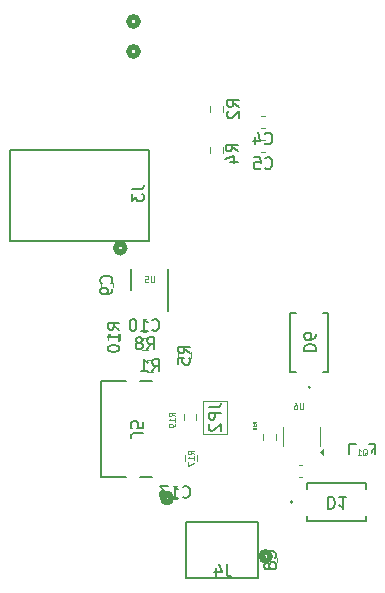
<source format=gbr>
%TF.GenerationSoftware,KiCad,Pcbnew,8.0.5*%
%TF.CreationDate,2025-04-10T23:54:11-07:00*%
%TF.ProjectId,ESP32,45535033-322e-46b6-9963-61645f706362,rev?*%
%TF.SameCoordinates,Original*%
%TF.FileFunction,Legend,Bot*%
%TF.FilePolarity,Positive*%
%FSLAX46Y46*%
G04 Gerber Fmt 4.6, Leading zero omitted, Abs format (unit mm)*
G04 Created by KiCad (PCBNEW 8.0.5) date 2025-04-10 23:54:11*
%MOMM*%
%LPD*%
G01*
G04 APERTURE LIST*
%ADD10C,0.150000*%
%ADD11C,0.125000*%
%ADD12C,0.062500*%
%ADD13C,0.152400*%
%ADD14C,0.508000*%
%ADD15C,0.120000*%
%ADD16C,0.200000*%
G04 APERTURE END LIST*
D10*
X114574819Y-118316666D02*
X115289104Y-118316666D01*
X115289104Y-118316666D02*
X115431961Y-118269047D01*
X115431961Y-118269047D02*
X115527200Y-118173809D01*
X115527200Y-118173809D02*
X115574819Y-118030952D01*
X115574819Y-118030952D02*
X115574819Y-117935714D01*
X114574819Y-118697619D02*
X114574819Y-119316666D01*
X114574819Y-119316666D02*
X114955771Y-118983333D01*
X114955771Y-118983333D02*
X114955771Y-119126190D01*
X114955771Y-119126190D02*
X115003390Y-119221428D01*
X115003390Y-119221428D02*
X115051009Y-119269047D01*
X115051009Y-119269047D02*
X115146247Y-119316666D01*
X115146247Y-119316666D02*
X115384342Y-119316666D01*
X115384342Y-119316666D02*
X115479580Y-119269047D01*
X115479580Y-119269047D02*
X115527200Y-119221428D01*
X115527200Y-119221428D02*
X115574819Y-119126190D01*
X115574819Y-119126190D02*
X115574819Y-118840476D01*
X115574819Y-118840476D02*
X115527200Y-118745238D01*
X115527200Y-118745238D02*
X115479580Y-118697619D01*
X125846666Y-114419580D02*
X125894285Y-114467200D01*
X125894285Y-114467200D02*
X126037142Y-114514819D01*
X126037142Y-114514819D02*
X126132380Y-114514819D01*
X126132380Y-114514819D02*
X126275237Y-114467200D01*
X126275237Y-114467200D02*
X126370475Y-114371961D01*
X126370475Y-114371961D02*
X126418094Y-114276723D01*
X126418094Y-114276723D02*
X126465713Y-114086247D01*
X126465713Y-114086247D02*
X126465713Y-113943390D01*
X126465713Y-113943390D02*
X126418094Y-113752914D01*
X126418094Y-113752914D02*
X126370475Y-113657676D01*
X126370475Y-113657676D02*
X126275237Y-113562438D01*
X126275237Y-113562438D02*
X126132380Y-113514819D01*
X126132380Y-113514819D02*
X126037142Y-113514819D01*
X126037142Y-113514819D02*
X125894285Y-113562438D01*
X125894285Y-113562438D02*
X125846666Y-113610057D01*
X124989523Y-113848152D02*
X124989523Y-114514819D01*
X125227618Y-113467200D02*
X125465713Y-114181485D01*
X125465713Y-114181485D02*
X124846666Y-114181485D01*
X125866666Y-116509580D02*
X125914285Y-116557200D01*
X125914285Y-116557200D02*
X126057142Y-116604819D01*
X126057142Y-116604819D02*
X126152380Y-116604819D01*
X126152380Y-116604819D02*
X126295237Y-116557200D01*
X126295237Y-116557200D02*
X126390475Y-116461961D01*
X126390475Y-116461961D02*
X126438094Y-116366723D01*
X126438094Y-116366723D02*
X126485713Y-116176247D01*
X126485713Y-116176247D02*
X126485713Y-116033390D01*
X126485713Y-116033390D02*
X126438094Y-115842914D01*
X126438094Y-115842914D02*
X126390475Y-115747676D01*
X126390475Y-115747676D02*
X126295237Y-115652438D01*
X126295237Y-115652438D02*
X126152380Y-115604819D01*
X126152380Y-115604819D02*
X126057142Y-115604819D01*
X126057142Y-115604819D02*
X125914285Y-115652438D01*
X125914285Y-115652438D02*
X125866666Y-115700057D01*
X124961904Y-115604819D02*
X125438094Y-115604819D01*
X125438094Y-115604819D02*
X125485713Y-116081009D01*
X125485713Y-116081009D02*
X125438094Y-116033390D01*
X125438094Y-116033390D02*
X125342856Y-115985771D01*
X125342856Y-115985771D02*
X125104761Y-115985771D01*
X125104761Y-115985771D02*
X125009523Y-116033390D01*
X125009523Y-116033390D02*
X124961904Y-116081009D01*
X124961904Y-116081009D02*
X124914285Y-116176247D01*
X124914285Y-116176247D02*
X124914285Y-116414342D01*
X124914285Y-116414342D02*
X124961904Y-116509580D01*
X124961904Y-116509580D02*
X125009523Y-116557200D01*
X125009523Y-116557200D02*
X125104761Y-116604819D01*
X125104761Y-116604819D02*
X125342856Y-116604819D01*
X125342856Y-116604819D02*
X125438094Y-116557200D01*
X125438094Y-116557200D02*
X125485713Y-116509580D01*
X123524819Y-115103333D02*
X123048628Y-114770000D01*
X123524819Y-114531905D02*
X122524819Y-114531905D01*
X122524819Y-114531905D02*
X122524819Y-114912857D01*
X122524819Y-114912857D02*
X122572438Y-115008095D01*
X122572438Y-115008095D02*
X122620057Y-115055714D01*
X122620057Y-115055714D02*
X122715295Y-115103333D01*
X122715295Y-115103333D02*
X122858152Y-115103333D01*
X122858152Y-115103333D02*
X122953390Y-115055714D01*
X122953390Y-115055714D02*
X123001009Y-115008095D01*
X123001009Y-115008095D02*
X123048628Y-114912857D01*
X123048628Y-114912857D02*
X123048628Y-114531905D01*
X122858152Y-115960476D02*
X123524819Y-115960476D01*
X122477200Y-115722381D02*
X123191485Y-115484286D01*
X123191485Y-115484286D02*
X123191485Y-116103333D01*
X119484819Y-132190833D02*
X119008628Y-131857500D01*
X119484819Y-131619405D02*
X118484819Y-131619405D01*
X118484819Y-131619405D02*
X118484819Y-132000357D01*
X118484819Y-132000357D02*
X118532438Y-132095595D01*
X118532438Y-132095595D02*
X118580057Y-132143214D01*
X118580057Y-132143214D02*
X118675295Y-132190833D01*
X118675295Y-132190833D02*
X118818152Y-132190833D01*
X118818152Y-132190833D02*
X118913390Y-132143214D01*
X118913390Y-132143214D02*
X118961009Y-132095595D01*
X118961009Y-132095595D02*
X119008628Y-132000357D01*
X119008628Y-132000357D02*
X119008628Y-131619405D01*
X118484819Y-133095595D02*
X118484819Y-132619405D01*
X118484819Y-132619405D02*
X118961009Y-132571786D01*
X118961009Y-132571786D02*
X118913390Y-132619405D01*
X118913390Y-132619405D02*
X118865771Y-132714643D01*
X118865771Y-132714643D02*
X118865771Y-132952738D01*
X118865771Y-132952738D02*
X118913390Y-133047976D01*
X118913390Y-133047976D02*
X118961009Y-133095595D01*
X118961009Y-133095595D02*
X119056247Y-133143214D01*
X119056247Y-133143214D02*
X119294342Y-133143214D01*
X119294342Y-133143214D02*
X119389580Y-133095595D01*
X119389580Y-133095595D02*
X119437200Y-133047976D01*
X119437200Y-133047976D02*
X119484819Y-132952738D01*
X119484819Y-132952738D02*
X119484819Y-132714643D01*
X119484819Y-132714643D02*
X119437200Y-132619405D01*
X119437200Y-132619405D02*
X119389580Y-132571786D01*
X113529819Y-130182142D02*
X113053628Y-129848809D01*
X113529819Y-129610714D02*
X112529819Y-129610714D01*
X112529819Y-129610714D02*
X112529819Y-129991666D01*
X112529819Y-129991666D02*
X112577438Y-130086904D01*
X112577438Y-130086904D02*
X112625057Y-130134523D01*
X112625057Y-130134523D02*
X112720295Y-130182142D01*
X112720295Y-130182142D02*
X112863152Y-130182142D01*
X112863152Y-130182142D02*
X112958390Y-130134523D01*
X112958390Y-130134523D02*
X113006009Y-130086904D01*
X113006009Y-130086904D02*
X113053628Y-129991666D01*
X113053628Y-129991666D02*
X113053628Y-129610714D01*
X113529819Y-131134523D02*
X113529819Y-130563095D01*
X113529819Y-130848809D02*
X112529819Y-130848809D01*
X112529819Y-130848809D02*
X112672676Y-130753571D01*
X112672676Y-130753571D02*
X112767914Y-130658333D01*
X112767914Y-130658333D02*
X112815533Y-130563095D01*
X112529819Y-131753571D02*
X112529819Y-131848809D01*
X112529819Y-131848809D02*
X112577438Y-131944047D01*
X112577438Y-131944047D02*
X112625057Y-131991666D01*
X112625057Y-131991666D02*
X112720295Y-132039285D01*
X112720295Y-132039285D02*
X112910771Y-132086904D01*
X112910771Y-132086904D02*
X113148866Y-132086904D01*
X113148866Y-132086904D02*
X113339342Y-132039285D01*
X113339342Y-132039285D02*
X113434580Y-131991666D01*
X113434580Y-131991666D02*
X113482200Y-131944047D01*
X113482200Y-131944047D02*
X113529819Y-131848809D01*
X113529819Y-131848809D02*
X113529819Y-131753571D01*
X113529819Y-131753571D02*
X113482200Y-131658333D01*
X113482200Y-131658333D02*
X113434580Y-131610714D01*
X113434580Y-131610714D02*
X113339342Y-131563095D01*
X113339342Y-131563095D02*
X113148866Y-131515476D01*
X113148866Y-131515476D02*
X112910771Y-131515476D01*
X112910771Y-131515476D02*
X112720295Y-131563095D01*
X112720295Y-131563095D02*
X112625057Y-131610714D01*
X112625057Y-131610714D02*
X112577438Y-131658333D01*
X112577438Y-131658333D02*
X112529819Y-131753571D01*
X123634819Y-111333333D02*
X123158628Y-111000000D01*
X123634819Y-110761905D02*
X122634819Y-110761905D01*
X122634819Y-110761905D02*
X122634819Y-111142857D01*
X122634819Y-111142857D02*
X122682438Y-111238095D01*
X122682438Y-111238095D02*
X122730057Y-111285714D01*
X122730057Y-111285714D02*
X122825295Y-111333333D01*
X122825295Y-111333333D02*
X122968152Y-111333333D01*
X122968152Y-111333333D02*
X123063390Y-111285714D01*
X123063390Y-111285714D02*
X123111009Y-111238095D01*
X123111009Y-111238095D02*
X123158628Y-111142857D01*
X123158628Y-111142857D02*
X123158628Y-110761905D01*
X122730057Y-111714286D02*
X122682438Y-111761905D01*
X122682438Y-111761905D02*
X122634819Y-111857143D01*
X122634819Y-111857143D02*
X122634819Y-112095238D01*
X122634819Y-112095238D02*
X122682438Y-112190476D01*
X122682438Y-112190476D02*
X122730057Y-112238095D01*
X122730057Y-112238095D02*
X122825295Y-112285714D01*
X122825295Y-112285714D02*
X122920533Y-112285714D01*
X122920533Y-112285714D02*
X123063390Y-112238095D01*
X123063390Y-112238095D02*
X123634819Y-111666667D01*
X123634819Y-111666667D02*
X123634819Y-112285714D01*
D11*
X119824809Y-140731071D02*
X119586714Y-140564405D01*
X119824809Y-140445357D02*
X119324809Y-140445357D01*
X119324809Y-140445357D02*
X119324809Y-140635833D01*
X119324809Y-140635833D02*
X119348619Y-140683452D01*
X119348619Y-140683452D02*
X119372428Y-140707262D01*
X119372428Y-140707262D02*
X119420047Y-140731071D01*
X119420047Y-140731071D02*
X119491476Y-140731071D01*
X119491476Y-140731071D02*
X119539095Y-140707262D01*
X119539095Y-140707262D02*
X119562904Y-140683452D01*
X119562904Y-140683452D02*
X119586714Y-140635833D01*
X119586714Y-140635833D02*
X119586714Y-140445357D01*
X119824809Y-141207262D02*
X119824809Y-140921548D01*
X119824809Y-141064405D02*
X119324809Y-141064405D01*
X119324809Y-141064405D02*
X119396238Y-141016786D01*
X119396238Y-141016786D02*
X119443857Y-140969167D01*
X119443857Y-140969167D02*
X119467666Y-140921548D01*
X119324809Y-141373928D02*
X119324809Y-141707261D01*
X119324809Y-141707261D02*
X119824809Y-141492976D01*
D12*
X125107400Y-138144785D02*
X124988353Y-138061452D01*
X125107400Y-138001928D02*
X124857400Y-138001928D01*
X124857400Y-138001928D02*
X124857400Y-138097166D01*
X124857400Y-138097166D02*
X124869305Y-138120976D01*
X124869305Y-138120976D02*
X124881210Y-138132881D01*
X124881210Y-138132881D02*
X124905019Y-138144785D01*
X124905019Y-138144785D02*
X124940734Y-138144785D01*
X124940734Y-138144785D02*
X124964543Y-138132881D01*
X124964543Y-138132881D02*
X124976448Y-138120976D01*
X124976448Y-138120976D02*
X124988353Y-138097166D01*
X124988353Y-138097166D02*
X124988353Y-138001928D01*
X125107400Y-138382881D02*
X125107400Y-138240024D01*
X125107400Y-138311452D02*
X124857400Y-138311452D01*
X124857400Y-138311452D02*
X124893115Y-138287643D01*
X124893115Y-138287643D02*
X124916924Y-138263833D01*
X124916924Y-138263833D02*
X124928829Y-138240024D01*
X124964543Y-138525738D02*
X124952638Y-138501928D01*
X124952638Y-138501928D02*
X124940734Y-138490023D01*
X124940734Y-138490023D02*
X124916924Y-138478119D01*
X124916924Y-138478119D02*
X124905019Y-138478119D01*
X124905019Y-138478119D02*
X124881210Y-138490023D01*
X124881210Y-138490023D02*
X124869305Y-138501928D01*
X124869305Y-138501928D02*
X124857400Y-138525738D01*
X124857400Y-138525738D02*
X124857400Y-138573357D01*
X124857400Y-138573357D02*
X124869305Y-138597166D01*
X124869305Y-138597166D02*
X124881210Y-138609071D01*
X124881210Y-138609071D02*
X124905019Y-138620976D01*
X124905019Y-138620976D02*
X124916924Y-138620976D01*
X124916924Y-138620976D02*
X124940734Y-138609071D01*
X124940734Y-138609071D02*
X124952638Y-138597166D01*
X124952638Y-138597166D02*
X124964543Y-138573357D01*
X124964543Y-138573357D02*
X124964543Y-138525738D01*
X124964543Y-138525738D02*
X124976448Y-138501928D01*
X124976448Y-138501928D02*
X124988353Y-138490023D01*
X124988353Y-138490023D02*
X125012162Y-138478119D01*
X125012162Y-138478119D02*
X125059781Y-138478119D01*
X125059781Y-138478119D02*
X125083591Y-138490023D01*
X125083591Y-138490023D02*
X125095496Y-138501928D01*
X125095496Y-138501928D02*
X125107400Y-138525738D01*
X125107400Y-138525738D02*
X125107400Y-138573357D01*
X125107400Y-138573357D02*
X125095496Y-138597166D01*
X125095496Y-138597166D02*
X125083591Y-138609071D01*
X125083591Y-138609071D02*
X125059781Y-138620976D01*
X125059781Y-138620976D02*
X125012162Y-138620976D01*
X125012162Y-138620976D02*
X124988353Y-138609071D01*
X124988353Y-138609071D02*
X124976448Y-138597166D01*
X124976448Y-138597166D02*
X124964543Y-138573357D01*
D10*
X116300357Y-130199580D02*
X116347976Y-130247200D01*
X116347976Y-130247200D02*
X116490833Y-130294819D01*
X116490833Y-130294819D02*
X116586071Y-130294819D01*
X116586071Y-130294819D02*
X116728928Y-130247200D01*
X116728928Y-130247200D02*
X116824166Y-130151961D01*
X116824166Y-130151961D02*
X116871785Y-130056723D01*
X116871785Y-130056723D02*
X116919404Y-129866247D01*
X116919404Y-129866247D02*
X116919404Y-129723390D01*
X116919404Y-129723390D02*
X116871785Y-129532914D01*
X116871785Y-129532914D02*
X116824166Y-129437676D01*
X116824166Y-129437676D02*
X116728928Y-129342438D01*
X116728928Y-129342438D02*
X116586071Y-129294819D01*
X116586071Y-129294819D02*
X116490833Y-129294819D01*
X116490833Y-129294819D02*
X116347976Y-129342438D01*
X116347976Y-129342438D02*
X116300357Y-129390057D01*
X115347976Y-130294819D02*
X115919404Y-130294819D01*
X115633690Y-130294819D02*
X115633690Y-129294819D01*
X115633690Y-129294819D02*
X115728928Y-129437676D01*
X115728928Y-129437676D02*
X115824166Y-129532914D01*
X115824166Y-129532914D02*
X115919404Y-129580533D01*
X114728928Y-129294819D02*
X114633690Y-129294819D01*
X114633690Y-129294819D02*
X114538452Y-129342438D01*
X114538452Y-129342438D02*
X114490833Y-129390057D01*
X114490833Y-129390057D02*
X114443214Y-129485295D01*
X114443214Y-129485295D02*
X114395595Y-129675771D01*
X114395595Y-129675771D02*
X114395595Y-129913866D01*
X114395595Y-129913866D02*
X114443214Y-130104342D01*
X114443214Y-130104342D02*
X114490833Y-130199580D01*
X114490833Y-130199580D02*
X114538452Y-130247200D01*
X114538452Y-130247200D02*
X114633690Y-130294819D01*
X114633690Y-130294819D02*
X114728928Y-130294819D01*
X114728928Y-130294819D02*
X114824166Y-130247200D01*
X114824166Y-130247200D02*
X114871785Y-130199580D01*
X114871785Y-130199580D02*
X114919404Y-130104342D01*
X114919404Y-130104342D02*
X114967023Y-129913866D01*
X114967023Y-129913866D02*
X114967023Y-129675771D01*
X114967023Y-129675771D02*
X114919404Y-129485295D01*
X114919404Y-129485295D02*
X114871785Y-129390057D01*
X114871785Y-129390057D02*
X114824166Y-129342438D01*
X114824166Y-129342438D02*
X114728928Y-129294819D01*
X126699580Y-149523333D02*
X126747200Y-149475714D01*
X126747200Y-149475714D02*
X126794819Y-149332857D01*
X126794819Y-149332857D02*
X126794819Y-149237619D01*
X126794819Y-149237619D02*
X126747200Y-149094762D01*
X126747200Y-149094762D02*
X126651961Y-148999524D01*
X126651961Y-148999524D02*
X126556723Y-148951905D01*
X126556723Y-148951905D02*
X126366247Y-148904286D01*
X126366247Y-148904286D02*
X126223390Y-148904286D01*
X126223390Y-148904286D02*
X126032914Y-148951905D01*
X126032914Y-148951905D02*
X125937676Y-148999524D01*
X125937676Y-148999524D02*
X125842438Y-149094762D01*
X125842438Y-149094762D02*
X125794819Y-149237619D01*
X125794819Y-149237619D02*
X125794819Y-149332857D01*
X125794819Y-149332857D02*
X125842438Y-149475714D01*
X125842438Y-149475714D02*
X125890057Y-149523333D01*
X126223390Y-150094762D02*
X126175771Y-149999524D01*
X126175771Y-149999524D02*
X126128152Y-149951905D01*
X126128152Y-149951905D02*
X126032914Y-149904286D01*
X126032914Y-149904286D02*
X125985295Y-149904286D01*
X125985295Y-149904286D02*
X125890057Y-149951905D01*
X125890057Y-149951905D02*
X125842438Y-149999524D01*
X125842438Y-149999524D02*
X125794819Y-150094762D01*
X125794819Y-150094762D02*
X125794819Y-150285238D01*
X125794819Y-150285238D02*
X125842438Y-150380476D01*
X125842438Y-150380476D02*
X125890057Y-150428095D01*
X125890057Y-150428095D02*
X125985295Y-150475714D01*
X125985295Y-150475714D02*
X126032914Y-150475714D01*
X126032914Y-150475714D02*
X126128152Y-150428095D01*
X126128152Y-150428095D02*
X126175771Y-150380476D01*
X126175771Y-150380476D02*
X126223390Y-150285238D01*
X126223390Y-150285238D02*
X126223390Y-150094762D01*
X126223390Y-150094762D02*
X126271009Y-149999524D01*
X126271009Y-149999524D02*
X126318628Y-149951905D01*
X126318628Y-149951905D02*
X126413866Y-149904286D01*
X126413866Y-149904286D02*
X126604342Y-149904286D01*
X126604342Y-149904286D02*
X126699580Y-149951905D01*
X126699580Y-149951905D02*
X126747200Y-149999524D01*
X126747200Y-149999524D02*
X126794819Y-150094762D01*
X126794819Y-150094762D02*
X126794819Y-150285238D01*
X126794819Y-150285238D02*
X126747200Y-150380476D01*
X126747200Y-150380476D02*
X126699580Y-150428095D01*
X126699580Y-150428095D02*
X126604342Y-150475714D01*
X126604342Y-150475714D02*
X126413866Y-150475714D01*
X126413866Y-150475714D02*
X126318628Y-150428095D01*
X126318628Y-150428095D02*
X126271009Y-150380476D01*
X126271009Y-150380476D02*
X126223390Y-150285238D01*
X115866666Y-131854819D02*
X116199999Y-131378628D01*
X116438094Y-131854819D02*
X116438094Y-130854819D01*
X116438094Y-130854819D02*
X116057142Y-130854819D01*
X116057142Y-130854819D02*
X115961904Y-130902438D01*
X115961904Y-130902438D02*
X115914285Y-130950057D01*
X115914285Y-130950057D02*
X115866666Y-131045295D01*
X115866666Y-131045295D02*
X115866666Y-131188152D01*
X115866666Y-131188152D02*
X115914285Y-131283390D01*
X115914285Y-131283390D02*
X115961904Y-131331009D01*
X115961904Y-131331009D02*
X116057142Y-131378628D01*
X116057142Y-131378628D02*
X116438094Y-131378628D01*
X115295237Y-131283390D02*
X115390475Y-131235771D01*
X115390475Y-131235771D02*
X115438094Y-131188152D01*
X115438094Y-131188152D02*
X115485713Y-131092914D01*
X115485713Y-131092914D02*
X115485713Y-131045295D01*
X115485713Y-131045295D02*
X115438094Y-130950057D01*
X115438094Y-130950057D02*
X115390475Y-130902438D01*
X115390475Y-130902438D02*
X115295237Y-130854819D01*
X115295237Y-130854819D02*
X115104761Y-130854819D01*
X115104761Y-130854819D02*
X115009523Y-130902438D01*
X115009523Y-130902438D02*
X114961904Y-130950057D01*
X114961904Y-130950057D02*
X114914285Y-131045295D01*
X114914285Y-131045295D02*
X114914285Y-131092914D01*
X114914285Y-131092914D02*
X114961904Y-131188152D01*
X114961904Y-131188152D02*
X115009523Y-131235771D01*
X115009523Y-131235771D02*
X115104761Y-131283390D01*
X115104761Y-131283390D02*
X115295237Y-131283390D01*
X115295237Y-131283390D02*
X115390475Y-131331009D01*
X115390475Y-131331009D02*
X115438094Y-131378628D01*
X115438094Y-131378628D02*
X115485713Y-131473866D01*
X115485713Y-131473866D02*
X115485713Y-131664342D01*
X115485713Y-131664342D02*
X115438094Y-131759580D01*
X115438094Y-131759580D02*
X115390475Y-131807200D01*
X115390475Y-131807200D02*
X115295237Y-131854819D01*
X115295237Y-131854819D02*
X115104761Y-131854819D01*
X115104761Y-131854819D02*
X115009523Y-131807200D01*
X115009523Y-131807200D02*
X114961904Y-131759580D01*
X114961904Y-131759580D02*
X114914285Y-131664342D01*
X114914285Y-131664342D02*
X114914285Y-131473866D01*
X114914285Y-131473866D02*
X114961904Y-131378628D01*
X114961904Y-131378628D02*
X115009523Y-131331009D01*
X115009523Y-131331009D02*
X115104761Y-131283390D01*
D11*
X118219805Y-137496571D02*
X117981710Y-137329905D01*
X118219805Y-137210857D02*
X117719805Y-137210857D01*
X117719805Y-137210857D02*
X117719805Y-137401333D01*
X117719805Y-137401333D02*
X117743615Y-137448952D01*
X117743615Y-137448952D02*
X117767424Y-137472762D01*
X117767424Y-137472762D02*
X117815043Y-137496571D01*
X117815043Y-137496571D02*
X117886472Y-137496571D01*
X117886472Y-137496571D02*
X117934091Y-137472762D01*
X117934091Y-137472762D02*
X117957900Y-137448952D01*
X117957900Y-137448952D02*
X117981710Y-137401333D01*
X117981710Y-137401333D02*
X117981710Y-137210857D01*
X118219805Y-137972762D02*
X118219805Y-137687048D01*
X118219805Y-137829905D02*
X117719805Y-137829905D01*
X117719805Y-137829905D02*
X117791234Y-137782286D01*
X117791234Y-137782286D02*
X117838853Y-137734667D01*
X117838853Y-137734667D02*
X117862662Y-137687048D01*
X118219805Y-138210857D02*
X118219805Y-138306095D01*
X118219805Y-138306095D02*
X118195996Y-138353714D01*
X118195996Y-138353714D02*
X118172186Y-138377523D01*
X118172186Y-138377523D02*
X118100757Y-138425142D01*
X118100757Y-138425142D02*
X118005519Y-138448952D01*
X118005519Y-138448952D02*
X117815043Y-138448952D01*
X117815043Y-138448952D02*
X117767424Y-138425142D01*
X117767424Y-138425142D02*
X117743615Y-138401333D01*
X117743615Y-138401333D02*
X117719805Y-138353714D01*
X117719805Y-138353714D02*
X117719805Y-138258476D01*
X117719805Y-138258476D02*
X117743615Y-138210857D01*
X117743615Y-138210857D02*
X117767424Y-138187047D01*
X117767424Y-138187047D02*
X117815043Y-138163238D01*
X117815043Y-138163238D02*
X117934091Y-138163238D01*
X117934091Y-138163238D02*
X117981710Y-138187047D01*
X117981710Y-138187047D02*
X118005519Y-138210857D01*
X118005519Y-138210857D02*
X118029329Y-138258476D01*
X118029329Y-138258476D02*
X118029329Y-138353714D01*
X118029329Y-138353714D02*
X118005519Y-138401333D01*
X118005519Y-138401333D02*
X117981710Y-138425142D01*
X117981710Y-138425142D02*
X117934091Y-138448952D01*
X134137619Y-140837628D02*
X134185238Y-140813819D01*
X134185238Y-140813819D02*
X134232857Y-140766200D01*
X134232857Y-140766200D02*
X134304285Y-140694771D01*
X134304285Y-140694771D02*
X134351904Y-140670961D01*
X134351904Y-140670961D02*
X134399523Y-140670961D01*
X134375714Y-140790009D02*
X134423333Y-140766200D01*
X134423333Y-140766200D02*
X134470952Y-140718580D01*
X134470952Y-140718580D02*
X134494761Y-140623342D01*
X134494761Y-140623342D02*
X134494761Y-140456676D01*
X134494761Y-140456676D02*
X134470952Y-140361438D01*
X134470952Y-140361438D02*
X134423333Y-140313819D01*
X134423333Y-140313819D02*
X134375714Y-140290009D01*
X134375714Y-140290009D02*
X134280476Y-140290009D01*
X134280476Y-140290009D02*
X134232857Y-140313819D01*
X134232857Y-140313819D02*
X134185238Y-140361438D01*
X134185238Y-140361438D02*
X134161428Y-140456676D01*
X134161428Y-140456676D02*
X134161428Y-140623342D01*
X134161428Y-140623342D02*
X134185238Y-140718580D01*
X134185238Y-140718580D02*
X134232857Y-140766200D01*
X134232857Y-140766200D02*
X134280476Y-140790009D01*
X134280476Y-140790009D02*
X134375714Y-140790009D01*
X133685237Y-140790009D02*
X133970951Y-140790009D01*
X133828094Y-140790009D02*
X133828094Y-140290009D01*
X133828094Y-140290009D02*
X133875713Y-140361438D01*
X133875713Y-140361438D02*
X133923332Y-140409057D01*
X133923332Y-140409057D02*
X133970951Y-140432866D01*
D10*
X121099815Y-136759166D02*
X121814100Y-136759166D01*
X121814100Y-136759166D02*
X121956957Y-136711547D01*
X121956957Y-136711547D02*
X122052196Y-136616309D01*
X122052196Y-136616309D02*
X122099815Y-136473452D01*
X122099815Y-136473452D02*
X122099815Y-136378214D01*
X122099815Y-137235357D02*
X121099815Y-137235357D01*
X121099815Y-137235357D02*
X121099815Y-137616309D01*
X121099815Y-137616309D02*
X121147434Y-137711547D01*
X121147434Y-137711547D02*
X121195053Y-137759166D01*
X121195053Y-137759166D02*
X121290291Y-137806785D01*
X121290291Y-137806785D02*
X121433148Y-137806785D01*
X121433148Y-137806785D02*
X121528386Y-137759166D01*
X121528386Y-137759166D02*
X121576005Y-137711547D01*
X121576005Y-137711547D02*
X121623624Y-137616309D01*
X121623624Y-137616309D02*
X121623624Y-137235357D01*
X121195053Y-138187738D02*
X121147434Y-138235357D01*
X121147434Y-138235357D02*
X121099815Y-138330595D01*
X121099815Y-138330595D02*
X121099815Y-138568690D01*
X121099815Y-138568690D02*
X121147434Y-138663928D01*
X121147434Y-138663928D02*
X121195053Y-138711547D01*
X121195053Y-138711547D02*
X121290291Y-138759166D01*
X121290291Y-138759166D02*
X121385529Y-138759166D01*
X121385529Y-138759166D02*
X121528386Y-138711547D01*
X121528386Y-138711547D02*
X122099815Y-138140119D01*
X122099815Y-138140119D02*
X122099815Y-138759166D01*
X122603333Y-150074819D02*
X122603333Y-150789104D01*
X122603333Y-150789104D02*
X122650952Y-150931961D01*
X122650952Y-150931961D02*
X122746190Y-151027200D01*
X122746190Y-151027200D02*
X122889047Y-151074819D01*
X122889047Y-151074819D02*
X122984285Y-151074819D01*
X121698571Y-150408152D02*
X121698571Y-151074819D01*
X121936666Y-150027200D02*
X122174761Y-150741485D01*
X122174761Y-150741485D02*
X121555714Y-150741485D01*
X116296666Y-133704819D02*
X116629999Y-133228628D01*
X116868094Y-133704819D02*
X116868094Y-132704819D01*
X116868094Y-132704819D02*
X116487142Y-132704819D01*
X116487142Y-132704819D02*
X116391904Y-132752438D01*
X116391904Y-132752438D02*
X116344285Y-132800057D01*
X116344285Y-132800057D02*
X116296666Y-132895295D01*
X116296666Y-132895295D02*
X116296666Y-133038152D01*
X116296666Y-133038152D02*
X116344285Y-133133390D01*
X116344285Y-133133390D02*
X116391904Y-133181009D01*
X116391904Y-133181009D02*
X116487142Y-133228628D01*
X116487142Y-133228628D02*
X116868094Y-133228628D01*
X115344285Y-133704819D02*
X115915713Y-133704819D01*
X115629999Y-133704819D02*
X115629999Y-132704819D01*
X115629999Y-132704819D02*
X115725237Y-132847676D01*
X115725237Y-132847676D02*
X115820475Y-132942914D01*
X115820475Y-132942914D02*
X115915713Y-132990533D01*
X112829580Y-126263333D02*
X112877200Y-126215714D01*
X112877200Y-126215714D02*
X112924819Y-126072857D01*
X112924819Y-126072857D02*
X112924819Y-125977619D01*
X112924819Y-125977619D02*
X112877200Y-125834762D01*
X112877200Y-125834762D02*
X112781961Y-125739524D01*
X112781961Y-125739524D02*
X112686723Y-125691905D01*
X112686723Y-125691905D02*
X112496247Y-125644286D01*
X112496247Y-125644286D02*
X112353390Y-125644286D01*
X112353390Y-125644286D02*
X112162914Y-125691905D01*
X112162914Y-125691905D02*
X112067676Y-125739524D01*
X112067676Y-125739524D02*
X111972438Y-125834762D01*
X111972438Y-125834762D02*
X111924819Y-125977619D01*
X111924819Y-125977619D02*
X111924819Y-126072857D01*
X111924819Y-126072857D02*
X111972438Y-126215714D01*
X111972438Y-126215714D02*
X112020057Y-126263333D01*
X112924819Y-126739524D02*
X112924819Y-126930000D01*
X112924819Y-126930000D02*
X112877200Y-127025238D01*
X112877200Y-127025238D02*
X112829580Y-127072857D01*
X112829580Y-127072857D02*
X112686723Y-127168095D01*
X112686723Y-127168095D02*
X112496247Y-127215714D01*
X112496247Y-127215714D02*
X112115295Y-127215714D01*
X112115295Y-127215714D02*
X112020057Y-127168095D01*
X112020057Y-127168095D02*
X111972438Y-127120476D01*
X111972438Y-127120476D02*
X111924819Y-127025238D01*
X111924819Y-127025238D02*
X111924819Y-126834762D01*
X111924819Y-126834762D02*
X111972438Y-126739524D01*
X111972438Y-126739524D02*
X112020057Y-126691905D01*
X112020057Y-126691905D02*
X112115295Y-126644286D01*
X112115295Y-126644286D02*
X112353390Y-126644286D01*
X112353390Y-126644286D02*
X112448628Y-126691905D01*
X112448628Y-126691905D02*
X112496247Y-126739524D01*
X112496247Y-126739524D02*
X112543866Y-126834762D01*
X112543866Y-126834762D02*
X112543866Y-127025238D01*
X112543866Y-127025238D02*
X112496247Y-127120476D01*
X112496247Y-127120476D02*
X112448628Y-127168095D01*
X112448628Y-127168095D02*
X112353390Y-127215714D01*
X118892857Y-144339580D02*
X118940476Y-144387200D01*
X118940476Y-144387200D02*
X119083333Y-144434819D01*
X119083333Y-144434819D02*
X119178571Y-144434819D01*
X119178571Y-144434819D02*
X119321428Y-144387200D01*
X119321428Y-144387200D02*
X119416666Y-144291961D01*
X119416666Y-144291961D02*
X119464285Y-144196723D01*
X119464285Y-144196723D02*
X119511904Y-144006247D01*
X119511904Y-144006247D02*
X119511904Y-143863390D01*
X119511904Y-143863390D02*
X119464285Y-143672914D01*
X119464285Y-143672914D02*
X119416666Y-143577676D01*
X119416666Y-143577676D02*
X119321428Y-143482438D01*
X119321428Y-143482438D02*
X119178571Y-143434819D01*
X119178571Y-143434819D02*
X119083333Y-143434819D01*
X119083333Y-143434819D02*
X118940476Y-143482438D01*
X118940476Y-143482438D02*
X118892857Y-143530057D01*
X117940476Y-144434819D02*
X118511904Y-144434819D01*
X118226190Y-144434819D02*
X118226190Y-143434819D01*
X118226190Y-143434819D02*
X118321428Y-143577676D01*
X118321428Y-143577676D02*
X118416666Y-143672914D01*
X118416666Y-143672914D02*
X118511904Y-143720533D01*
X117607142Y-143434819D02*
X116988095Y-143434819D01*
X116988095Y-143434819D02*
X117321428Y-143815771D01*
X117321428Y-143815771D02*
X117178571Y-143815771D01*
X117178571Y-143815771D02*
X117083333Y-143863390D01*
X117083333Y-143863390D02*
X117035714Y-143911009D01*
X117035714Y-143911009D02*
X116988095Y-144006247D01*
X116988095Y-144006247D02*
X116988095Y-144244342D01*
X116988095Y-144244342D02*
X117035714Y-144339580D01*
X117035714Y-144339580D02*
X117083333Y-144387200D01*
X117083333Y-144387200D02*
X117178571Y-144434819D01*
X117178571Y-144434819D02*
X117464285Y-144434819D01*
X117464285Y-144434819D02*
X117559523Y-144387200D01*
X117559523Y-144387200D02*
X117607142Y-144339580D01*
D11*
X116480951Y-125679809D02*
X116480951Y-126084571D01*
X116480951Y-126084571D02*
X116457141Y-126132190D01*
X116457141Y-126132190D02*
X116433332Y-126156000D01*
X116433332Y-126156000D02*
X116385713Y-126179809D01*
X116385713Y-126179809D02*
X116290475Y-126179809D01*
X116290475Y-126179809D02*
X116242856Y-126156000D01*
X116242856Y-126156000D02*
X116219046Y-126132190D01*
X116219046Y-126132190D02*
X116195237Y-126084571D01*
X116195237Y-126084571D02*
X116195237Y-125679809D01*
X115719046Y-125679809D02*
X115957141Y-125679809D01*
X115957141Y-125679809D02*
X115980950Y-125917904D01*
X115980950Y-125917904D02*
X115957141Y-125894095D01*
X115957141Y-125894095D02*
X115909522Y-125870285D01*
X115909522Y-125870285D02*
X115790474Y-125870285D01*
X115790474Y-125870285D02*
X115742855Y-125894095D01*
X115742855Y-125894095D02*
X115719046Y-125917904D01*
X115719046Y-125917904D02*
X115695236Y-125965523D01*
X115695236Y-125965523D02*
X115695236Y-126084571D01*
X115695236Y-126084571D02*
X115719046Y-126132190D01*
X115719046Y-126132190D02*
X115742855Y-126156000D01*
X115742855Y-126156000D02*
X115790474Y-126179809D01*
X115790474Y-126179809D02*
X115909522Y-126179809D01*
X115909522Y-126179809D02*
X115957141Y-126156000D01*
X115957141Y-126156000D02*
X115980950Y-126132190D01*
D10*
X115488078Y-138953733D02*
X114773793Y-138953733D01*
X114773793Y-138953733D02*
X114630936Y-139001352D01*
X114630936Y-139001352D02*
X114535698Y-139096590D01*
X114535698Y-139096590D02*
X114488078Y-139239447D01*
X114488078Y-139239447D02*
X114488078Y-139334685D01*
X115488078Y-138001352D02*
X115488078Y-138477542D01*
X115488078Y-138477542D02*
X115011888Y-138525161D01*
X115011888Y-138525161D02*
X115059507Y-138477542D01*
X115059507Y-138477542D02*
X115107126Y-138382304D01*
X115107126Y-138382304D02*
X115107126Y-138144209D01*
X115107126Y-138144209D02*
X115059507Y-138048971D01*
X115059507Y-138048971D02*
X115011888Y-138001352D01*
X115011888Y-138001352D02*
X114916650Y-137953733D01*
X114916650Y-137953733D02*
X114678555Y-137953733D01*
X114678555Y-137953733D02*
X114583317Y-138001352D01*
X114583317Y-138001352D02*
X114535698Y-138048971D01*
X114535698Y-138048971D02*
X114488078Y-138144209D01*
X114488078Y-138144209D02*
X114488078Y-138382304D01*
X114488078Y-138382304D02*
X114535698Y-138477542D01*
X114535698Y-138477542D02*
X114583317Y-138525161D01*
D11*
X129090952Y-136419909D02*
X129090952Y-136824671D01*
X129090952Y-136824671D02*
X129067142Y-136872290D01*
X129067142Y-136872290D02*
X129043333Y-136896100D01*
X129043333Y-136896100D02*
X128995714Y-136919909D01*
X128995714Y-136919909D02*
X128900476Y-136919909D01*
X128900476Y-136919909D02*
X128852857Y-136896100D01*
X128852857Y-136896100D02*
X128829047Y-136872290D01*
X128829047Y-136872290D02*
X128805238Y-136824671D01*
X128805238Y-136824671D02*
X128805238Y-136419909D01*
X128352856Y-136419909D02*
X128448094Y-136419909D01*
X128448094Y-136419909D02*
X128495713Y-136443719D01*
X128495713Y-136443719D02*
X128519523Y-136467528D01*
X128519523Y-136467528D02*
X128567142Y-136538957D01*
X128567142Y-136538957D02*
X128590951Y-136634195D01*
X128590951Y-136634195D02*
X128590951Y-136824671D01*
X128590951Y-136824671D02*
X128567142Y-136872290D01*
X128567142Y-136872290D02*
X128543332Y-136896100D01*
X128543332Y-136896100D02*
X128495713Y-136919909D01*
X128495713Y-136919909D02*
X128400475Y-136919909D01*
X128400475Y-136919909D02*
X128352856Y-136896100D01*
X128352856Y-136896100D02*
X128329047Y-136872290D01*
X128329047Y-136872290D02*
X128305237Y-136824671D01*
X128305237Y-136824671D02*
X128305237Y-136705623D01*
X128305237Y-136705623D02*
X128329047Y-136658004D01*
X128329047Y-136658004D02*
X128352856Y-136634195D01*
X128352856Y-136634195D02*
X128400475Y-136610385D01*
X128400475Y-136610385D02*
X128495713Y-136610385D01*
X128495713Y-136610385D02*
X128543332Y-136634195D01*
X128543332Y-136634195D02*
X128567142Y-136658004D01*
X128567142Y-136658004D02*
X128590951Y-136705623D01*
D10*
X129155180Y-131988094D02*
X130155180Y-131988094D01*
X130155180Y-131988094D02*
X130155180Y-131749999D01*
X130155180Y-131749999D02*
X130107561Y-131607142D01*
X130107561Y-131607142D02*
X130012323Y-131511904D01*
X130012323Y-131511904D02*
X129917085Y-131464285D01*
X129917085Y-131464285D02*
X129726609Y-131416666D01*
X129726609Y-131416666D02*
X129583752Y-131416666D01*
X129583752Y-131416666D02*
X129393276Y-131464285D01*
X129393276Y-131464285D02*
X129298038Y-131511904D01*
X129298038Y-131511904D02*
X129202800Y-131607142D01*
X129202800Y-131607142D02*
X129155180Y-131749999D01*
X129155180Y-131749999D02*
X129155180Y-131988094D01*
X130155180Y-130559523D02*
X130155180Y-130749999D01*
X130155180Y-130749999D02*
X130107561Y-130845237D01*
X130107561Y-130845237D02*
X130059942Y-130892856D01*
X130059942Y-130892856D02*
X129917085Y-130988094D01*
X129917085Y-130988094D02*
X129726609Y-131035713D01*
X129726609Y-131035713D02*
X129345657Y-131035713D01*
X129345657Y-131035713D02*
X129250419Y-130988094D01*
X129250419Y-130988094D02*
X129202800Y-130940475D01*
X129202800Y-130940475D02*
X129155180Y-130845237D01*
X129155180Y-130845237D02*
X129155180Y-130654761D01*
X129155180Y-130654761D02*
X129202800Y-130559523D01*
X129202800Y-130559523D02*
X129250419Y-130511904D01*
X129250419Y-130511904D02*
X129345657Y-130464285D01*
X129345657Y-130464285D02*
X129583752Y-130464285D01*
X129583752Y-130464285D02*
X129678990Y-130511904D01*
X129678990Y-130511904D02*
X129726609Y-130559523D01*
X129726609Y-130559523D02*
X129774228Y-130654761D01*
X129774228Y-130654761D02*
X129774228Y-130845237D01*
X129774228Y-130845237D02*
X129726609Y-130940475D01*
X129726609Y-130940475D02*
X129678990Y-130988094D01*
X129678990Y-130988094D02*
X129583752Y-131035713D01*
X131191905Y-144355180D02*
X131191905Y-145355180D01*
X131191905Y-145355180D02*
X131430000Y-145355180D01*
X131430000Y-145355180D02*
X131572857Y-145307561D01*
X131572857Y-145307561D02*
X131668095Y-145212323D01*
X131668095Y-145212323D02*
X131715714Y-145117085D01*
X131715714Y-145117085D02*
X131763333Y-144926609D01*
X131763333Y-144926609D02*
X131763333Y-144783752D01*
X131763333Y-144783752D02*
X131715714Y-144593276D01*
X131715714Y-144593276D02*
X131668095Y-144498038D01*
X131668095Y-144498038D02*
X131572857Y-144402800D01*
X131572857Y-144402800D02*
X131430000Y-144355180D01*
X131430000Y-144355180D02*
X131191905Y-144355180D01*
X132715714Y-144355180D02*
X132144286Y-144355180D01*
X132430000Y-144355180D02*
X132430000Y-145355180D01*
X132430000Y-145355180D02*
X132334762Y-145212323D01*
X132334762Y-145212323D02*
X132239524Y-145117085D01*
X132239524Y-145117085D02*
X132144286Y-145069466D01*
D13*
%TO.C,J3*%
X116030101Y-115013900D02*
X104269900Y-115013900D01*
X116030101Y-122659300D02*
X116030101Y-115013900D01*
X104269900Y-115013900D02*
X104269900Y-122659300D01*
X104269900Y-122659300D02*
X116030101Y-122659300D01*
D14*
X113977900Y-123294300D02*
G75*
G02*
X113215900Y-123294300I-381000J0D01*
G01*
X113215900Y-123294300D02*
G75*
G02*
X113977900Y-123294300I381000J0D01*
G01*
%TO.C,J1*%
X115095000Y-104100000D02*
G75*
G02*
X114333000Y-104100000I-381000J0D01*
G01*
X114333000Y-104100000D02*
G75*
G02*
X115095000Y-104100000I381000J0D01*
G01*
D15*
%TO.C,C4*%
X125826267Y-112120000D02*
X125533733Y-112120000D01*
X125826267Y-113140000D02*
X125533733Y-113140000D01*
D14*
%TO.C,J2*%
X115095000Y-106640000D02*
G75*
G02*
X114333000Y-106640000I-381000J0D01*
G01*
X114333000Y-106640000D02*
G75*
G02*
X115095000Y-106640000I381000J0D01*
G01*
D15*
%TO.C,C5*%
X125846267Y-115160000D02*
X125553733Y-115160000D01*
X125846267Y-114140000D02*
X125553733Y-114140000D01*
%TO.C,R4*%
X121227500Y-114745276D02*
X121227500Y-115254724D01*
X122272500Y-114745276D02*
X122272500Y-115254724D01*
%TO.C,R5*%
X118507500Y-132612224D02*
X118507500Y-132102776D01*
X119552500Y-132612224D02*
X119552500Y-132102776D01*
%TO.C,R10*%
X112552500Y-130570276D02*
X112552500Y-131079724D01*
X113597500Y-130570276D02*
X113597500Y-131079724D01*
%TO.C,R2*%
X121227500Y-111245276D02*
X121227500Y-111754724D01*
X122272500Y-111245276D02*
X122272500Y-111754724D01*
%TO.C,R17*%
X119077500Y-141307224D02*
X119077500Y-140797776D01*
X120122500Y-141307224D02*
X120122500Y-140797776D01*
%TO.C,R18*%
X125722496Y-138987776D02*
X125722496Y-139497224D01*
X126767496Y-138987776D02*
X126767496Y-139497224D01*
%TO.C,C10*%
X115511233Y-130350000D02*
X115803767Y-130350000D01*
X115511233Y-129330000D02*
X115803767Y-129330000D01*
%TO.C,C8*%
X126850000Y-149543733D02*
X126850000Y-149836267D01*
X125830000Y-149543733D02*
X125830000Y-149836267D01*
%TO.C,R8*%
X115445276Y-130877500D02*
X115954724Y-130877500D01*
X115445276Y-131922500D02*
X115954724Y-131922500D01*
%TO.C,R19*%
X118972496Y-137337776D02*
X118972496Y-137847224D01*
X120017496Y-137337776D02*
X120017496Y-137847224D01*
D13*
%TO.C,Q1*%
X135182200Y-140743000D02*
X135182200Y-140260400D01*
X135182200Y-140260400D02*
X135182200Y-139879400D01*
X135182200Y-139879400D02*
X134648800Y-139879400D01*
X133531200Y-139879400D02*
X132997800Y-139879400D01*
X132997800Y-139879400D02*
X132997800Y-140743000D01*
X134902800Y-140641400D02*
G75*
G02*
X135182200Y-140260401I283253J85227D01*
G01*
D15*
%TO.C,JP2*%
X120644996Y-136192500D02*
X122644996Y-136192500D01*
X120644996Y-138992500D02*
X120644996Y-136192500D01*
X122644996Y-136192500D02*
X122644996Y-138992500D01*
X122644996Y-138992500D02*
X120644996Y-138992500D01*
D13*
%TO.C,J4*%
X119126601Y-146467199D02*
X119126601Y-151217000D01*
X119126601Y-151217000D02*
X125273401Y-151217000D01*
X125273401Y-146467199D02*
X119126601Y-146467199D01*
X125273401Y-151217000D02*
X125273401Y-146467199D01*
D14*
X126289401Y-149390000D02*
G75*
G02*
X125527401Y-149390000I-381000J0D01*
G01*
X125527401Y-149390000D02*
G75*
G02*
X126289401Y-149390000I381000J0D01*
G01*
D15*
%TO.C,R1*%
X115875276Y-133772500D02*
X116384724Y-133772500D01*
X115875276Y-132727500D02*
X116384724Y-132727500D01*
%TO.C,C9*%
X112980000Y-126576267D02*
X112980000Y-126283733D01*
X111960000Y-126576267D02*
X111960000Y-126283733D01*
%TO.C,C12*%
X128723733Y-141660000D02*
X129016267Y-141660000D01*
X128723733Y-142680000D02*
X129016267Y-142680000D01*
%TO.C,C13*%
X118396267Y-143470000D02*
X118103733Y-143470000D01*
X118396267Y-144490000D02*
X118103733Y-144490000D01*
D16*
%TO.C,U5*%
X117649998Y-125054999D02*
X117649998Y-128605000D01*
X114550000Y-125054999D02*
X114550000Y-126855001D01*
D13*
%TO.C,J5*%
X111983798Y-134569100D02*
X111983798Y-142671700D01*
X111983798Y-142671700D02*
X114120278Y-142671700D01*
X114120278Y-134569100D02*
X111983798Y-134569100D01*
X115229715Y-142671700D02*
X116297719Y-142671700D01*
X116297719Y-134569100D02*
X115229715Y-134569100D01*
D14*
X117930997Y-144449700D02*
G75*
G02*
X117168997Y-144449700I-381000J0D01*
G01*
X117168997Y-144449700D02*
G75*
G02*
X117930997Y-144449700I381000J0D01*
G01*
D15*
%TO.C,U6*%
X127400000Y-138452500D02*
X127400000Y-139252500D01*
X127400000Y-140052500D02*
X127400000Y-139252500D01*
X130520000Y-138452500D02*
X130520000Y-139252500D01*
X130520000Y-140052500D02*
X130520000Y-139252500D01*
X130800000Y-140792500D02*
X130470000Y-140552500D01*
X130800000Y-140312500D01*
X130800000Y-140792500D01*
G36*
X130800000Y-140792500D02*
G01*
X130470000Y-140552500D01*
X130800000Y-140312500D01*
X130800000Y-140792500D01*
G37*
D13*
%TO.C,D6*%
X128009800Y-133751900D02*
X128451760Y-133751900D01*
X130768240Y-133751900D02*
X131210200Y-133751900D01*
X131210200Y-133751900D02*
X131210200Y-128748100D01*
X128009800Y-128748100D02*
X128009800Y-133751900D01*
X128451760Y-128748100D02*
X128009800Y-128748100D01*
X131210200Y-128748100D02*
X130768240Y-128748100D01*
X129686200Y-135085400D02*
G75*
G02*
X129533800Y-135085400I-76200J0D01*
G01*
X129533800Y-135085400D02*
G75*
G02*
X129686200Y-135085400I76200J0D01*
G01*
%TO.C,D1*%
X128170800Y-144810000D02*
G75*
G02*
X128018400Y-144810000I-76200J0D01*
G01*
X128018400Y-144810000D02*
G75*
G02*
X128170800Y-144810000I76200J0D01*
G01*
X134431900Y-146410200D02*
X134431900Y-145968240D01*
X134431900Y-143651760D02*
X134431900Y-143209800D01*
X134431900Y-143209800D02*
X129428100Y-143209800D01*
X129428100Y-146410200D02*
X134431900Y-146410200D01*
X129428100Y-145968240D02*
X129428100Y-146410200D01*
X129428100Y-143209800D02*
X129428100Y-143651760D01*
%TD*%
M02*

</source>
